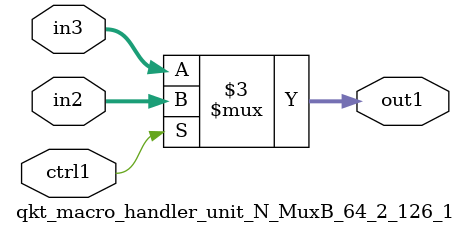
<source format=v>

`timescale 1ps / 1ps


module qkt_macro_handler_unit_N_MuxB_64_2_126_1( in3, in2, ctrl1, out1 );

    input [63:0] in3;
    input [63:0] in2;
    input ctrl1;
    output [63:0] out1;
    reg [63:0] out1;

    
    // rtl_process:qkt_macro_handler_unit_N_MuxB_64_2_126_1/qkt_macro_handler_unit_N_MuxB_64_2_126_1_thread_1
    always @*
      begin : qkt_macro_handler_unit_N_MuxB_64_2_126_1_thread_1
        case (ctrl1) 
          1'b1: 
            begin
              out1 = in2;
            end
          default: 
            begin
              out1 = in3;
            end
        endcase
      end

endmodule


</source>
